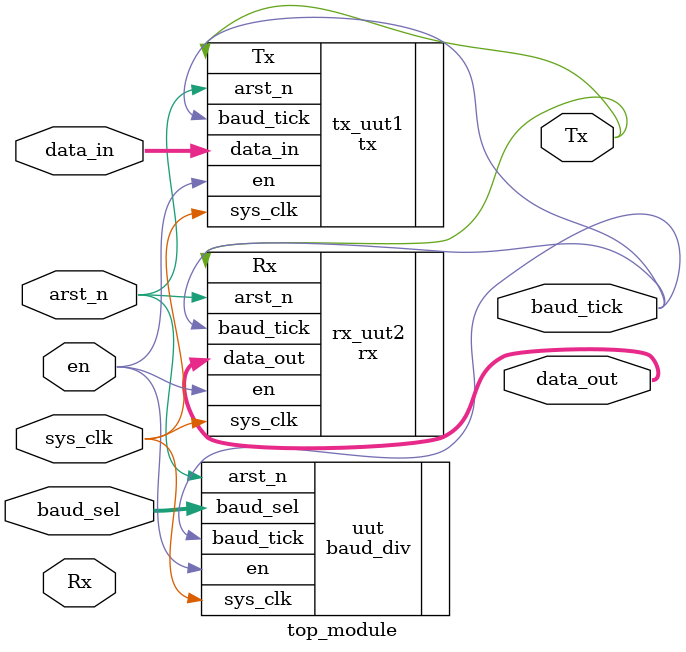
<source format=sv>
`timescale 1ns / 1ps
module top_module (
    input logic sys_clk,          
    input logic arst_n,        
    input logic en,            
    input logic [1:0] baud_sel,
    input logic  Rx,           
    input logic [7:0] data_in, 
    output logic baud_tick, 
    output logic [7:0] data_out,
    output logic Tx     

);
    // Instantiate baud rate generator
    baud_div uut(
            .sys_clk(sys_clk),
            .baud_sel(baud_sel),
            .arst_n(arst_n),
            .en(en),
            .baud_tick(baud_tick)
    );
    

//TX
    tx tx_uut1 (
        .sys_clk(sys_clk),
        .arst_n(arst_n),
        .en(en),
        .baud_tick(baud_tick),
        .data_in(data_in),
        .Tx(Tx)
    );


//RX
    rx rx_uut2 (
        .sys_clk(sys_clk),
        .arst_n(arst_n),
        .en(en),
        .baud_tick(baud_tick),
        .Rx(Tx),             
        .data_out(data_out)
    );
//assign Rx = Tx;
endmodule



</source>
